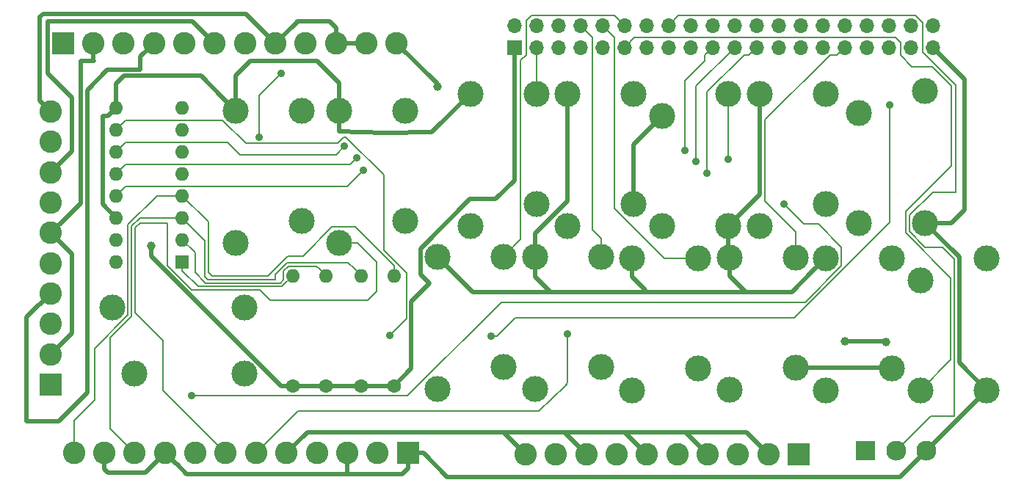
<source format=gbl>
G04 #@! TF.GenerationSoftware,KiCad,Pcbnew,(5.1.5)-3*
G04 #@! TF.CreationDate,2020-02-21T15:06:44+08:00*
G04 #@! TF.ProjectId,Test,54657374-2e6b-4696-9361-645f70636258,rev?*
G04 #@! TF.SameCoordinates,Original*
G04 #@! TF.FileFunction,Copper,L2,Bot*
G04 #@! TF.FilePolarity,Positive*
%FSLAX46Y46*%
G04 Gerber Fmt 4.6, Leading zero omitted, Abs format (unit mm)*
G04 Created by KiCad (PCBNEW (5.1.5)-3) date 2020-02-21 15:06:44*
%MOMM*%
%LPD*%
G04 APERTURE LIST*
%ADD10C,2.600000*%
%ADD11R,2.600000X2.600000*%
%ADD12C,3.000000*%
%ADD13R,1.700000X1.700000*%
%ADD14O,1.700000X1.700000*%
%ADD15O,1.600000X1.600000*%
%ADD16R,1.600000X1.600000*%
%ADD17C,1.600000*%
%ADD18C,2.300000*%
%ADD19R,2.300000X2.300000*%
%ADD20C,1.000000*%
%ADD21C,0.900000*%
%ADD22C,0.500000*%
%ADD23C,0.200000*%
G04 APERTURE END LIST*
D10*
X194812000Y-98311000D03*
X191312000Y-98311000D03*
X187812000Y-98311000D03*
X184312000Y-98311000D03*
X180812000Y-98311000D03*
X177312000Y-98311000D03*
X173812000Y-98311000D03*
X170312000Y-98311000D03*
X166812000Y-98311000D03*
X163312000Y-98311000D03*
X159812000Y-98311000D03*
D11*
X156312000Y-98311000D03*
D12*
X262865000Y-123076000D03*
X255245000Y-125616000D03*
X262865000Y-138316000D03*
X255245000Y-138316000D03*
D13*
X208370000Y-98770000D03*
D14*
X208370000Y-96230000D03*
X210910000Y-98770000D03*
X210910000Y-96230000D03*
X213450000Y-98770000D03*
X213450000Y-96230000D03*
X215990000Y-98770000D03*
X215990000Y-96230000D03*
X218530000Y-98770000D03*
X218530000Y-96230000D03*
X221070000Y-98770000D03*
X221070000Y-96230000D03*
X223610000Y-98770000D03*
X223610000Y-96230000D03*
X226150000Y-98770000D03*
X226150000Y-96230000D03*
X228690000Y-98770000D03*
X228690000Y-96230000D03*
X231230000Y-98770000D03*
X231230000Y-96230000D03*
X233770000Y-98770000D03*
X233770000Y-96230000D03*
X236310000Y-98770000D03*
X236310000Y-96230000D03*
X238850000Y-98770000D03*
X238850000Y-96230000D03*
X241390000Y-98770000D03*
X241390000Y-96230000D03*
X243930000Y-98770000D03*
X243930000Y-96230000D03*
X246470000Y-98770000D03*
X246470000Y-96230000D03*
X249010000Y-98770000D03*
X249010000Y-96230000D03*
X251550000Y-98770000D03*
X251550000Y-96230000D03*
X254090000Y-98770000D03*
X254090000Y-96230000D03*
X256630000Y-98770000D03*
X256630000Y-96230000D03*
D15*
X162471500Y-123520500D03*
X170091500Y-105740500D03*
X162471500Y-120980500D03*
X170091500Y-108280500D03*
X162471500Y-118440500D03*
X170091500Y-110820500D03*
X162471500Y-115900500D03*
X170091500Y-113360500D03*
X162471500Y-113360500D03*
X170091500Y-115900500D03*
X162471500Y-110820500D03*
X170091500Y-118440500D03*
X162471500Y-108280500D03*
X170091500Y-120980500D03*
X162471500Y-105740500D03*
D16*
X170091500Y-123520500D03*
D15*
X194539000Y-125108000D03*
D17*
X194539000Y-137808000D03*
D15*
X190729000Y-125108000D03*
D17*
X190729000Y-137808000D03*
D12*
X176251000Y-121298000D03*
X183871000Y-118758000D03*
X176251000Y-106058000D03*
X183871000Y-106058000D03*
X199492000Y-138189000D03*
X207112000Y-135649000D03*
X199492000Y-122949000D03*
X207112000Y-122949000D03*
X221971000Y-138316000D03*
X229591000Y-135776000D03*
X221971000Y-123076000D03*
X229591000Y-123076000D03*
X210795000Y-138189000D03*
X218415000Y-135649000D03*
X210795000Y-122949000D03*
X218415000Y-122949000D03*
X233020000Y-104153000D03*
X225400000Y-106693000D03*
X233020000Y-119393000D03*
X225400000Y-119393000D03*
X255753000Y-103772000D03*
X248133000Y-106312000D03*
X255753000Y-119012000D03*
X248133000Y-119012000D03*
X188189000Y-121298000D03*
X195809000Y-118758000D03*
X188189000Y-106058000D03*
X195809000Y-106058000D03*
X233183000Y-138257000D03*
X240803000Y-135717000D03*
X233183000Y-123017000D03*
X240803000Y-123017000D03*
X244323000Y-138316000D03*
X251943000Y-135776000D03*
X244323000Y-123076000D03*
X251943000Y-123076000D03*
X214478000Y-119393000D03*
X222098000Y-116853000D03*
X214478000Y-104153000D03*
X222098000Y-104153000D03*
X236703000Y-119393000D03*
X244323000Y-116853000D03*
X236703000Y-104153000D03*
X244323000Y-104153000D03*
X203302000Y-119393000D03*
X210922000Y-116853000D03*
X203302000Y-104153000D03*
X210922000Y-104153000D03*
X162027000Y-128791000D03*
X164567000Y-136411000D03*
X177267000Y-128791000D03*
X177267000Y-136411000D03*
D10*
X157593000Y-145555000D03*
X161093000Y-145555000D03*
X164593000Y-145555000D03*
X168093000Y-145555000D03*
X171593000Y-145555000D03*
X175093000Y-145555000D03*
X178593000Y-145555000D03*
X182093000Y-145555000D03*
X185593000Y-145555000D03*
X189093000Y-145555000D03*
X192593000Y-145555000D03*
D11*
X196093000Y-145555000D03*
D10*
X209678000Y-145682000D03*
X213178000Y-145682000D03*
X216678000Y-145682000D03*
X220178000Y-145682000D03*
X223678000Y-145682000D03*
X227178000Y-145682000D03*
X230678000Y-145682000D03*
X234178000Y-145682000D03*
X237678000Y-145682000D03*
D11*
X241178000Y-145682000D03*
D10*
X154915000Y-106181000D03*
X154915000Y-109681000D03*
X154915000Y-113181000D03*
X154915000Y-116681000D03*
X154915000Y-120181000D03*
X154915000Y-123681000D03*
X154915000Y-127181000D03*
X154915000Y-130681000D03*
X154915000Y-134181000D03*
D11*
X154915000Y-137681000D03*
D15*
X186665000Y-125108000D03*
D17*
X186665000Y-137808000D03*
D15*
X182855000Y-125108000D03*
D17*
X182855000Y-137808000D03*
D18*
X255895000Y-145301000D03*
X252395000Y-145301000D03*
D19*
X248895000Y-145301000D03*
D20*
X166472000Y-121679000D03*
D21*
X178918000Y-109106000D03*
X181458000Y-101740000D03*
X228067000Y-110630000D03*
X188755001Y-110180001D03*
X229337000Y-111900000D03*
X190221000Y-111519000D03*
X230607000Y-113297000D03*
X190983000Y-112916000D03*
X251689000Y-105423000D03*
X205715000Y-132093000D03*
X194031000Y-131966000D03*
D20*
X199492000Y-103264000D03*
X246545500Y-132664500D03*
X251244500Y-132728000D03*
D21*
X171171000Y-138951000D03*
X233020000Y-111646000D03*
X239497000Y-116853000D03*
X214478000Y-131839000D03*
D22*
X208370000Y-100120000D02*
X208382000Y-100132000D01*
X208370000Y-98770000D02*
X208370000Y-100120000D01*
X208382000Y-100132000D02*
X208382000Y-114122500D01*
X208382000Y-114122500D02*
X206223000Y-116281500D01*
X196507500Y-135839500D02*
X194539000Y-137808000D01*
X196507500Y-135839500D02*
X196507500Y-128092500D01*
X196507500Y-128092500D02*
X198603000Y-125997000D01*
X181723630Y-137808000D02*
X182855000Y-137808000D01*
X181461167Y-137808000D02*
X181723630Y-137808000D01*
X166472000Y-122818833D02*
X181461167Y-137808000D01*
X166472000Y-121679000D02*
X166472000Y-122818833D01*
X182855000Y-137808000D02*
X186665000Y-137808000D01*
X186665000Y-137808000D02*
X190729000Y-137808000D01*
X190729000Y-137808000D02*
X194539000Y-137808000D01*
X203273498Y-116281500D02*
X206223000Y-116281500D01*
X197541999Y-124935999D02*
X197541999Y-122012999D01*
X197541999Y-122012999D02*
X203273498Y-116281500D01*
X198603000Y-125997000D02*
X197541999Y-124935999D01*
X161093000Y-147393477D02*
X161540523Y-147841000D01*
X161093000Y-145555000D02*
X161093000Y-147393477D01*
X165807000Y-147841000D02*
X168093000Y-145555000D01*
X161540523Y-147841000D02*
X165807000Y-147841000D01*
X233020000Y-122854000D02*
X233183000Y-123017000D01*
X233020000Y-119393000D02*
X233020000Y-122854000D01*
X259690000Y-135141000D02*
X262865000Y-138316000D01*
X259690000Y-131458000D02*
X259690000Y-135141000D01*
X259690000Y-122949000D02*
X255753000Y-119012000D01*
X259690000Y-131458000D02*
X259690000Y-122949000D01*
X260325000Y-102465000D02*
X256630000Y-98770000D01*
X260325000Y-117488000D02*
X260325000Y-102465000D01*
X255753000Y-119012000D02*
X258801000Y-119012000D01*
X258801000Y-119012000D02*
X260325000Y-117488000D01*
X262865000Y-138331000D02*
X262865000Y-138316000D01*
X255895000Y-145301000D02*
X262865000Y-138331000D01*
X236703000Y-115710000D02*
X236703000Y-104153000D01*
X233020000Y-119393000D02*
X236703000Y-115710000D01*
X214478000Y-106274320D02*
X214478000Y-104153000D01*
X214478000Y-116506998D02*
X214478000Y-106274320D01*
X210795000Y-120189998D02*
X214478000Y-116506998D01*
X210795000Y-122949000D02*
X210795000Y-120189998D01*
X169392999Y-146854999D02*
X169422999Y-146854999D01*
X168093000Y-145555000D02*
X169392999Y-146854999D01*
X169422999Y-146854999D02*
X170536000Y-147968000D01*
X196093000Y-147355000D02*
X196093000Y-145555000D01*
X195480000Y-147968000D02*
X196093000Y-147355000D01*
X189093000Y-147953000D02*
X189078000Y-147968000D01*
X189093000Y-145555000D02*
X189093000Y-147953000D01*
X170536000Y-147968000D02*
X189078000Y-147968000D01*
X189078000Y-147968000D02*
X195480000Y-147968000D01*
X198881001Y-108573999D02*
X203302000Y-104153000D01*
X188189000Y-108179320D02*
X188189000Y-108471000D01*
X188189000Y-106058000D02*
X188189000Y-108179320D01*
X162471500Y-118440500D02*
X160884000Y-116853000D01*
X160884000Y-116853000D02*
X160884000Y-106693000D01*
X161519000Y-106693000D02*
X162471500Y-105740500D01*
X160884000Y-106693000D02*
X161519000Y-106693000D01*
X162471500Y-105740500D02*
X162471500Y-102946500D01*
X174751001Y-104558001D02*
X176251000Y-106058000D01*
X172252010Y-102059010D02*
X174751001Y-104558001D01*
X163358990Y-102059010D02*
X172252010Y-102059010D01*
X162471500Y-102946500D02*
X163358990Y-102059010D01*
X254745001Y-146450999D02*
X255895000Y-145301000D01*
X252895999Y-148300001D02*
X254745001Y-146450999D01*
X197893000Y-145555000D02*
X200638001Y-148300001D01*
X196093000Y-145555000D02*
X197893000Y-145555000D01*
X188189000Y-108471000D02*
X193396000Y-108598000D01*
X193396000Y-108598000D02*
X198881001Y-108573999D01*
X176251000Y-106058000D02*
X176251000Y-101994000D01*
X176251000Y-101994000D02*
X177902000Y-100343000D01*
X177902000Y-100343000D02*
X185649000Y-100343000D01*
X188189000Y-102883000D02*
X188189000Y-106058000D01*
X185649000Y-100343000D02*
X188189000Y-102883000D01*
X200638001Y-148300001D02*
X245339000Y-148349000D01*
X245339000Y-148349000D02*
X252895999Y-148300001D01*
X242823001Y-124575999D02*
X244323000Y-123076000D01*
X240386000Y-127013000D02*
X242823001Y-124575999D01*
X199492000Y-122949000D02*
X203556000Y-127013000D01*
X235052000Y-127007320D02*
X235052000Y-127013000D01*
X233183000Y-125138320D02*
X235052000Y-127007320D01*
X233183000Y-123017000D02*
X233183000Y-125138320D01*
X235052000Y-127013000D02*
X240386000Y-127013000D01*
X223495000Y-126721320D02*
X223495000Y-127013000D01*
X221971000Y-125197320D02*
X223495000Y-126721320D01*
X221971000Y-123076000D02*
X221971000Y-125197320D01*
X223495000Y-127013000D02*
X235052000Y-127013000D01*
X210795000Y-125235000D02*
X212573000Y-127013000D01*
X210795000Y-122949000D02*
X210795000Y-125235000D01*
X203556000Y-127013000D02*
X212573000Y-127013000D01*
X212573000Y-127013000D02*
X223495000Y-127013000D01*
D23*
X240803000Y-120064000D02*
X240803000Y-123017000D01*
X246470000Y-98770000D02*
X245620001Y-99619999D01*
X245620001Y-99619999D02*
X244782003Y-99619999D01*
X244782003Y-99619999D02*
X237253010Y-107148992D01*
X237253010Y-116514010D02*
X240803000Y-120064000D01*
X237253010Y-107148992D02*
X237253010Y-116514010D01*
D22*
X156214999Y-132881001D02*
X156214999Y-132825001D01*
X154915000Y-134181000D02*
X156214999Y-132881001D01*
X156214999Y-132825001D02*
X157328000Y-131712000D01*
X157328000Y-122594000D02*
X154915000Y-120181000D01*
X157328000Y-131712000D02*
X157328000Y-122594000D01*
X171272000Y-95771000D02*
X173812000Y-98311000D01*
X154597500Y-95771000D02*
X171272000Y-95771000D01*
X161455500Y-101359000D02*
X165265500Y-101359000D01*
X159106000Y-138633500D02*
X159106000Y-103708500D01*
X155804000Y-141935500D02*
X159106000Y-138633500D01*
X165265500Y-99857500D02*
X166812000Y-98311000D01*
X152121000Y-129870500D02*
X152121000Y-141935500D01*
X165265500Y-101359000D02*
X165265500Y-99857500D01*
X154915000Y-127181000D02*
X153615001Y-128480999D01*
X159106000Y-103708500D02*
X161455500Y-101359000D01*
X153510501Y-128480999D02*
X152121000Y-129870500D01*
X153615001Y-128480999D02*
X153510501Y-128480999D01*
X152121000Y-141935500D02*
X155804000Y-141935500D01*
X159868000Y-100343000D02*
X158344000Y-100343000D01*
X158344000Y-116726000D02*
X156214999Y-118855001D01*
X156214999Y-118881001D02*
X154915000Y-120181000D01*
X156214999Y-118855001D02*
X156214999Y-118881001D01*
X159812000Y-98311000D02*
X159812000Y-100287000D01*
X159812000Y-100287000D02*
X159868000Y-100343000D01*
X158344000Y-100343000D02*
X158344000Y-116726000D01*
X154561999Y-95806501D02*
X154561999Y-101767999D01*
X154597500Y-95771000D02*
X154561999Y-95806501D01*
X154561999Y-101767999D02*
X157328000Y-104534000D01*
X157328000Y-110768000D02*
X154915000Y-113181000D01*
X157328000Y-104534000D02*
X157328000Y-110768000D01*
D23*
X210910000Y-104141000D02*
X210922000Y-104153000D01*
X210910000Y-98770000D02*
X210910000Y-104141000D01*
X178918000Y-104280000D02*
X181458000Y-101740000D01*
X178918000Y-109106000D02*
X178918000Y-104280000D01*
X218415000Y-120827680D02*
X218415000Y-122949000D01*
X217379999Y-97619999D02*
X217379999Y-119792679D01*
X217379999Y-119792679D02*
X218415000Y-120827680D01*
X215990000Y-96230000D02*
X217379999Y-97619999D01*
X219919999Y-117339001D02*
X225656998Y-123076000D01*
X225656998Y-123076000D02*
X227469680Y-123076000D01*
X219919999Y-97619999D02*
X219919999Y-117339001D01*
X227469680Y-123076000D02*
X229591000Y-123076000D01*
X218530000Y-96230000D02*
X219919999Y-97619999D01*
X252939999Y-98217999D02*
X252939999Y-99688999D01*
X252341999Y-97619999D02*
X252939999Y-98217999D01*
X221070000Y-98770000D02*
X222220001Y-97619999D01*
X222220001Y-97619999D02*
X252341999Y-97619999D01*
X252939999Y-99688999D02*
X254229000Y-100978000D01*
X254229000Y-100978000D02*
X256584302Y-100978000D01*
X256584302Y-100978000D02*
X258801000Y-103194698D01*
X258801000Y-103194698D02*
X258801000Y-112408000D01*
X253552989Y-120171688D02*
X258739980Y-125358679D01*
X258801000Y-112408000D02*
X253552989Y-117656011D01*
X253552989Y-117656011D02*
X253552989Y-120171688D01*
X258739980Y-134821020D02*
X255245000Y-138316000D01*
X258739980Y-125358679D02*
X258739980Y-134821020D01*
X220220001Y-95380001D02*
X221070000Y-96230000D01*
X219919999Y-95079999D02*
X220220001Y-95380001D01*
X210357999Y-95079999D02*
X219919999Y-95079999D01*
X209759999Y-95677999D02*
X210357999Y-95079999D01*
X209759999Y-99620003D02*
X209759999Y-95677999D01*
X209121999Y-100258003D02*
X209759999Y-99620003D01*
X209121999Y-120939001D02*
X209121999Y-100258003D01*
X207112000Y-122949000D02*
X209121999Y-120939001D01*
X256417820Y-141278180D02*
X252395000Y-145301000D01*
X259139990Y-141278180D02*
X256417820Y-141278180D01*
X255479999Y-99307999D02*
X259309000Y-103137000D01*
X254642001Y-95079999D02*
X255479999Y-95917997D01*
X255479999Y-95917997D02*
X255479999Y-99307999D01*
X257769170Y-121806000D02*
X259139990Y-123176820D01*
X253952999Y-120005999D02*
X255753000Y-121806000D01*
X259139990Y-123176820D02*
X259139990Y-141278180D01*
X226150000Y-96230000D02*
X227300001Y-95079999D01*
X227300001Y-95079999D02*
X254642001Y-95079999D01*
X259309000Y-103137000D02*
X259309000Y-115456000D01*
X256644998Y-115456000D02*
X253952999Y-118147999D01*
X259309000Y-115456000D02*
X256644998Y-115456000D01*
X255753000Y-121806000D02*
X257769170Y-121806000D01*
X253952999Y-118147999D02*
X253952999Y-120005999D01*
X230380001Y-99619999D02*
X230380001Y-100315999D01*
X231230000Y-98770000D02*
X230380001Y-99619999D01*
X230380001Y-100315999D02*
X228067000Y-102629000D01*
X228067000Y-102629000D02*
X228067000Y-110630000D01*
X228067000Y-110630000D02*
X228067000Y-110630000D01*
X163571501Y-109720499D02*
X175341499Y-109720499D01*
X162471500Y-110820500D02*
X163571501Y-109720499D01*
X175341499Y-109720499D02*
X176759000Y-111138000D01*
X187797002Y-111138000D02*
X188755001Y-110180001D01*
X176759000Y-111138000D02*
X187797002Y-111138000D01*
X233770000Y-98770000D02*
X229337000Y-103203000D01*
X229337000Y-103203000D02*
X229337000Y-111900000D01*
X229337000Y-111900000D02*
X229337000Y-111900000D01*
X189771001Y-111968999D02*
X190221000Y-111519000D01*
X163571501Y-112260499D02*
X189479501Y-112260499D01*
X189479501Y-112260499D02*
X189771001Y-111968999D01*
X162471500Y-113360500D02*
X163571501Y-112260499D01*
X234888999Y-99619999D02*
X230607000Y-103901998D01*
X236310000Y-98770000D02*
X235460001Y-99619999D01*
X235460001Y-99619999D02*
X234888999Y-99619999D01*
X230607000Y-103901998D02*
X230607000Y-113297000D01*
X230607000Y-113297000D02*
X230607000Y-113297000D01*
X190533001Y-113365999D02*
X190983000Y-112916000D01*
X189098501Y-114800499D02*
X190533001Y-113365999D01*
X163571501Y-114800499D02*
X189098501Y-114800499D01*
X162471500Y-115900500D02*
X163571501Y-114800499D01*
X193308989Y-122180921D02*
X195957492Y-124829424D01*
X193308989Y-113496987D02*
X193308989Y-122180921D01*
X188961002Y-109149000D02*
X193308989Y-113496987D01*
X188712001Y-109149000D02*
X188961002Y-109149000D01*
X195957492Y-124829424D02*
X195957492Y-130039508D01*
X163571501Y-107180499D02*
X174709497Y-107180499D01*
X162471500Y-108280500D02*
X163571501Y-107180499D01*
X188005000Y-109856001D02*
X188712001Y-109149000D01*
X174709497Y-107180499D02*
X177384999Y-109856001D01*
X177384999Y-109856001D02*
X188005000Y-109856001D01*
X195957492Y-130039508D02*
X194031000Y-131966000D01*
X205715000Y-132093000D02*
X205715000Y-132093000D01*
X194031000Y-131966000D02*
X194031000Y-131966000D01*
X251689000Y-118939701D02*
X251689000Y-105423000D01*
X240694701Y-129934000D02*
X251689000Y-118939701D01*
X205715000Y-132093000D02*
X206351396Y-132093000D01*
X208510396Y-129934000D02*
X240694701Y-129934000D01*
X206351396Y-132093000D02*
X208510396Y-129934000D01*
D22*
X182093000Y-145555000D02*
X184506000Y-143142000D01*
X207138000Y-143142000D02*
X209678000Y-145682000D01*
X184506000Y-143142000D02*
X207138000Y-143142000D01*
X214138000Y-143142000D02*
X216678000Y-145682000D01*
X207138000Y-143142000D02*
X214138000Y-143142000D01*
X221138000Y-143142000D02*
X223678000Y-145682000D01*
X214138000Y-143142000D02*
X221138000Y-143142000D01*
X228138000Y-143142000D02*
X230678000Y-145682000D01*
X221138000Y-143142000D02*
X228138000Y-143142000D01*
X235138000Y-143142000D02*
X237678000Y-145682000D01*
X228138000Y-143142000D02*
X235138000Y-143142000D01*
X191312000Y-98311000D02*
X187812000Y-98311000D01*
X187812000Y-98311000D02*
X187812000Y-96537000D01*
X187812000Y-96537000D02*
X187046000Y-95771000D01*
X183352000Y-95771000D02*
X183225000Y-95898000D01*
X187046000Y-95771000D02*
X183352000Y-95771000D01*
X183225000Y-95898000D02*
X180812000Y-98311000D01*
X153615001Y-104881001D02*
X154915000Y-106181000D01*
X153615001Y-95292999D02*
X153615001Y-104881001D01*
X177383000Y-94882000D02*
X154026000Y-94882000D01*
X154026000Y-94882000D02*
X153615001Y-95292999D01*
X180812000Y-98311000D02*
X177383000Y-94882000D01*
D23*
X171929990Y-126358990D02*
X181604010Y-126358990D01*
X181604010Y-126358990D02*
X182855000Y-125108000D01*
X170091500Y-123520500D02*
X170091500Y-124520500D01*
X170091500Y-124520500D02*
X171929990Y-126358990D01*
X182326999Y-124007999D02*
X185564999Y-124007999D01*
X181754999Y-124579999D02*
X182326999Y-124007999D01*
X181754999Y-125573001D02*
X181754999Y-124579999D01*
X185865001Y-124308001D02*
X186665000Y-125108000D01*
X181369020Y-125958980D02*
X181754999Y-125573001D01*
X185564999Y-124007999D02*
X185865001Y-124308001D01*
X172783980Y-125958980D02*
X181369020Y-125958980D01*
X171552000Y-124727000D02*
X172783980Y-125958980D01*
X171552000Y-122441000D02*
X171552000Y-124727000D01*
X170091500Y-120980500D02*
X171552000Y-122441000D01*
X170091500Y-118440500D02*
X172695000Y-121044000D01*
X172695000Y-125235000D02*
X173018970Y-125558970D01*
X172695000Y-121044000D02*
X172695000Y-125235000D01*
X173018970Y-125558970D02*
X180823000Y-125558970D01*
X189929001Y-124308001D02*
X190729000Y-125108000D01*
X189228989Y-123607989D02*
X189929001Y-124308001D01*
X182161310Y-123607989D02*
X189228989Y-123607989D01*
X180823000Y-124946299D02*
X182161310Y-123607989D01*
X180823000Y-125558970D02*
X180823000Y-124946299D01*
X161773000Y-142735000D02*
X161773000Y-132274700D01*
X164593000Y-145555000D02*
X161773000Y-142735000D01*
X161773000Y-132274700D02*
X164227011Y-129820690D01*
X168960130Y-118440500D02*
X170091500Y-118440500D01*
X165207801Y-118440500D02*
X168960130Y-118440500D01*
X164227011Y-119421290D02*
X165207801Y-118440500D01*
X164227011Y-129820690D02*
X164227011Y-119421290D01*
X173095010Y-124746010D02*
X173507960Y-125158960D01*
X170091500Y-115900500D02*
X173095010Y-118904010D01*
X173095010Y-118904010D02*
X173095010Y-124746010D01*
X173507960Y-125158960D02*
X179934000Y-125158960D01*
X194539000Y-123976630D02*
X194539000Y-125108000D01*
X190060369Y-119497999D02*
X194539000Y-123976630D01*
X187324999Y-119497999D02*
X190060369Y-119497999D01*
X184000998Y-122822000D02*
X187324999Y-119497999D01*
X182270960Y-122822000D02*
X184000998Y-122822000D01*
X179934000Y-125158960D02*
X182270960Y-122822000D01*
X157593000Y-141861000D02*
X159995000Y-139459000D01*
X159995000Y-139459000D02*
X159995000Y-133487002D01*
X157593000Y-145555000D02*
X157593000Y-141861000D01*
X159995000Y-133487002D02*
X163827001Y-129655001D01*
X163827001Y-119255601D02*
X163827001Y-129655001D01*
X167182102Y-115900500D02*
X163827001Y-119255601D01*
X170091500Y-115900500D02*
X167182102Y-115900500D01*
D22*
X251884000Y-135717000D02*
X251943000Y-135776000D01*
X240803000Y-135717000D02*
X251884000Y-135717000D01*
X222098000Y-109995000D02*
X222098000Y-116853000D01*
X225400000Y-106693000D02*
X222098000Y-109995000D01*
X199492000Y-102991000D02*
X199492000Y-103264000D01*
X194812000Y-98311000D02*
X199492000Y-102991000D01*
X251181000Y-132664500D02*
X251244500Y-132728000D01*
X246545500Y-132664500D02*
X251181000Y-132664500D01*
D23*
X233020000Y-104153000D02*
X233020000Y-111646000D01*
X233020000Y-111646000D02*
X233020000Y-111646000D01*
X239497000Y-116853000D02*
X239497000Y-116853000D01*
X241783000Y-119139000D02*
X239497000Y-116853000D01*
X243434000Y-119139000D02*
X241783000Y-119139000D01*
X246123001Y-121828001D02*
X243434000Y-119139000D01*
X206860998Y-128156000D02*
X241907002Y-128156000D01*
X171171000Y-138951000D02*
X196065998Y-138951000D01*
X241907002Y-128156000D02*
X246123001Y-123940001D01*
X196065998Y-138951000D02*
X206860998Y-128156000D01*
X246123001Y-123940001D02*
X246123001Y-121828001D01*
X192507000Y-126886000D02*
X192507000Y-123494680D01*
X191491000Y-127902000D02*
X192507000Y-126886000D01*
X175093000Y-145555000D02*
X167854000Y-138316000D01*
X171189998Y-126759000D02*
X179045000Y-126759000D01*
X164627021Y-119586979D02*
X165202000Y-119012000D01*
X167854000Y-138316000D02*
X167854000Y-132586000D01*
X165202000Y-119012000D02*
X168377000Y-119012000D01*
X168377000Y-119012000D02*
X168377000Y-123946002D01*
X167854000Y-132586000D02*
X164627021Y-129359021D01*
X168377000Y-123946002D02*
X171189998Y-126759000D01*
X192507000Y-123494680D02*
X190310320Y-121298000D01*
X164627021Y-129359021D02*
X164627021Y-119586979D01*
X179045000Y-126759000D02*
X180188000Y-127902000D01*
X190310320Y-121298000D02*
X188189000Y-121298000D01*
X180188000Y-127902000D02*
X191491000Y-127902000D01*
X178593000Y-145555000D02*
X183419000Y-140729000D01*
X183419000Y-140729000D02*
X211176000Y-140729000D01*
X214478000Y-137554000D02*
X214224000Y-137808000D01*
X211176000Y-140729000D02*
X214224000Y-137808000D01*
X214224000Y-137808000D02*
X214478000Y-137427000D01*
X214478000Y-137427000D02*
X214478000Y-131839000D01*
M02*

</source>
